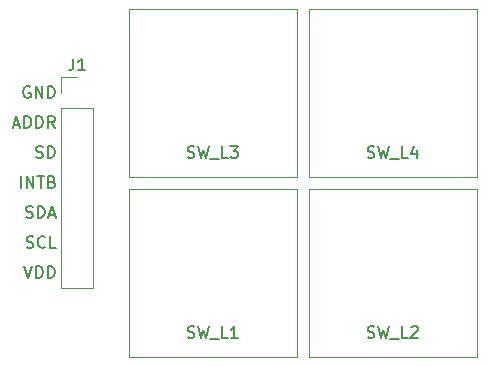
<source format=gto>
G04 #@! TF.GenerationSoftware,KiCad,Pcbnew,(6.0.1)*
G04 #@! TF.CreationDate,2022-01-28T19:12:59+01:00*
G04 #@! TF.ProjectId,example,6578616d-706c-4652-9e6b-696361645f70,rev?*
G04 #@! TF.SameCoordinates,Original*
G04 #@! TF.FileFunction,Legend,Top*
G04 #@! TF.FilePolarity,Positive*
%FSLAX46Y46*%
G04 Gerber Fmt 4.6, Leading zero omitted, Abs format (unit mm)*
G04 Created by KiCad (PCBNEW (6.0.1)) date 2022-01-28 19:12:59*
%MOMM*%
%LPD*%
G01*
G04 APERTURE LIST*
%ADD10C,0.150000*%
%ADD11C,0.120000*%
%ADD12C,4.000000*%
%ADD13R,1.700000X1.700000*%
%ADD14O,1.700000X1.700000*%
G04 APERTURE END LIST*
D10*
X83107976Y-73112380D02*
X83441309Y-74112380D01*
X83774642Y-73112380D01*
X84107976Y-74112380D02*
X84107976Y-73112380D01*
X84346071Y-73112380D01*
X84488928Y-73160000D01*
X84584166Y-73255238D01*
X84631785Y-73350476D01*
X84679404Y-73540952D01*
X84679404Y-73683809D01*
X84631785Y-73874285D01*
X84584166Y-73969523D01*
X84488928Y-74064761D01*
X84346071Y-74112380D01*
X84107976Y-74112380D01*
X85107976Y-74112380D02*
X85107976Y-73112380D01*
X85346071Y-73112380D01*
X85488928Y-73160000D01*
X85584166Y-73255238D01*
X85631785Y-73350476D01*
X85679404Y-73540952D01*
X85679404Y-73683809D01*
X85631785Y-73874285D01*
X85584166Y-73969523D01*
X85488928Y-74064761D01*
X85346071Y-74112380D01*
X85107976Y-74112380D01*
X83584166Y-57915000D02*
X83488928Y-57867380D01*
X83346071Y-57867380D01*
X83203214Y-57915000D01*
X83107976Y-58010238D01*
X83060357Y-58105476D01*
X83012738Y-58295952D01*
X83012738Y-58438809D01*
X83060357Y-58629285D01*
X83107976Y-58724523D01*
X83203214Y-58819761D01*
X83346071Y-58867380D01*
X83441309Y-58867380D01*
X83584166Y-58819761D01*
X83631785Y-58772142D01*
X83631785Y-58438809D01*
X83441309Y-58438809D01*
X84060357Y-58867380D02*
X84060357Y-57867380D01*
X84631785Y-58867380D01*
X84631785Y-57867380D01*
X85107976Y-58867380D02*
X85107976Y-57867380D01*
X85346071Y-57867380D01*
X85488928Y-57915000D01*
X85584166Y-58010238D01*
X85631785Y-58105476D01*
X85679404Y-58295952D01*
X85679404Y-58438809D01*
X85631785Y-58629285D01*
X85584166Y-58724523D01*
X85488928Y-58819761D01*
X85346071Y-58867380D01*
X85107976Y-58867380D01*
X84107976Y-63904761D02*
X84250833Y-63952380D01*
X84488928Y-63952380D01*
X84584166Y-63904761D01*
X84631785Y-63857142D01*
X84679404Y-63761904D01*
X84679404Y-63666666D01*
X84631785Y-63571428D01*
X84584166Y-63523809D01*
X84488928Y-63476190D01*
X84298452Y-63428571D01*
X84203214Y-63380952D01*
X84155595Y-63333333D01*
X84107976Y-63238095D01*
X84107976Y-63142857D01*
X84155595Y-63047619D01*
X84203214Y-63000000D01*
X84298452Y-62952380D01*
X84536547Y-62952380D01*
X84679404Y-63000000D01*
X85107976Y-63952380D02*
X85107976Y-62952380D01*
X85346071Y-62952380D01*
X85488928Y-63000000D01*
X85584166Y-63095238D01*
X85631785Y-63190476D01*
X85679404Y-63380952D01*
X85679404Y-63523809D01*
X85631785Y-63714285D01*
X85584166Y-63809523D01*
X85488928Y-63904761D01*
X85346071Y-63952380D01*
X85107976Y-63952380D01*
X83250833Y-68984761D02*
X83393690Y-69032380D01*
X83631785Y-69032380D01*
X83727023Y-68984761D01*
X83774642Y-68937142D01*
X83822261Y-68841904D01*
X83822261Y-68746666D01*
X83774642Y-68651428D01*
X83727023Y-68603809D01*
X83631785Y-68556190D01*
X83441309Y-68508571D01*
X83346071Y-68460952D01*
X83298452Y-68413333D01*
X83250833Y-68318095D01*
X83250833Y-68222857D01*
X83298452Y-68127619D01*
X83346071Y-68080000D01*
X83441309Y-68032380D01*
X83679404Y-68032380D01*
X83822261Y-68080000D01*
X84250833Y-69032380D02*
X84250833Y-68032380D01*
X84488928Y-68032380D01*
X84631785Y-68080000D01*
X84727023Y-68175238D01*
X84774642Y-68270476D01*
X84822261Y-68460952D01*
X84822261Y-68603809D01*
X84774642Y-68794285D01*
X84727023Y-68889523D01*
X84631785Y-68984761D01*
X84488928Y-69032380D01*
X84250833Y-69032380D01*
X85203214Y-68746666D02*
X85679404Y-68746666D01*
X85107976Y-69032380D02*
X85441309Y-68032380D01*
X85774642Y-69032380D01*
X82822262Y-66492380D02*
X82822262Y-65492380D01*
X83298452Y-66492380D02*
X83298452Y-65492380D01*
X83869881Y-66492380D01*
X83869881Y-65492380D01*
X84203214Y-65492380D02*
X84774643Y-65492380D01*
X84488928Y-66492380D02*
X84488928Y-65492380D01*
X85441309Y-65968571D02*
X85584167Y-66016190D01*
X85631786Y-66063809D01*
X85679405Y-66159047D01*
X85679405Y-66301904D01*
X85631786Y-66397142D01*
X85584167Y-66444761D01*
X85488928Y-66492380D01*
X85107976Y-66492380D01*
X85107976Y-65492380D01*
X85441309Y-65492380D01*
X85536547Y-65540000D01*
X85584167Y-65587619D01*
X85631786Y-65682857D01*
X85631786Y-65778095D01*
X85584167Y-65873333D01*
X85536547Y-65920952D01*
X85441309Y-65968571D01*
X85107976Y-65968571D01*
X83298452Y-71524761D02*
X83441309Y-71572380D01*
X83679404Y-71572380D01*
X83774642Y-71524761D01*
X83822261Y-71477142D01*
X83869880Y-71381904D01*
X83869880Y-71286666D01*
X83822261Y-71191428D01*
X83774642Y-71143809D01*
X83679404Y-71096190D01*
X83488928Y-71048571D01*
X83393690Y-71000952D01*
X83346071Y-70953333D01*
X83298452Y-70858095D01*
X83298452Y-70762857D01*
X83346071Y-70667619D01*
X83393690Y-70620000D01*
X83488928Y-70572380D01*
X83727023Y-70572380D01*
X83869880Y-70620000D01*
X84869880Y-71477142D02*
X84822261Y-71524761D01*
X84679404Y-71572380D01*
X84584166Y-71572380D01*
X84441309Y-71524761D01*
X84346071Y-71429523D01*
X84298452Y-71334285D01*
X84250833Y-71143809D01*
X84250833Y-71000952D01*
X84298452Y-70810476D01*
X84346071Y-70715238D01*
X84441309Y-70620000D01*
X84584166Y-70572380D01*
X84679404Y-70572380D01*
X84822261Y-70620000D01*
X84869880Y-70667619D01*
X85774642Y-71572380D02*
X85298452Y-71572380D01*
X85298452Y-70572380D01*
X82203214Y-61126666D02*
X82679404Y-61126666D01*
X82107976Y-61412380D02*
X82441309Y-60412380D01*
X82774642Y-61412380D01*
X83107976Y-61412380D02*
X83107976Y-60412380D01*
X83346071Y-60412380D01*
X83488928Y-60460000D01*
X83584166Y-60555238D01*
X83631785Y-60650476D01*
X83679404Y-60840952D01*
X83679404Y-60983809D01*
X83631785Y-61174285D01*
X83584166Y-61269523D01*
X83488928Y-61364761D01*
X83346071Y-61412380D01*
X83107976Y-61412380D01*
X84107976Y-61412380D02*
X84107976Y-60412380D01*
X84346071Y-60412380D01*
X84488928Y-60460000D01*
X84584166Y-60555238D01*
X84631785Y-60650476D01*
X84679404Y-60840952D01*
X84679404Y-60983809D01*
X84631785Y-61174285D01*
X84584166Y-61269523D01*
X84488928Y-61364761D01*
X84346071Y-61412380D01*
X84107976Y-61412380D01*
X85679404Y-61412380D02*
X85346071Y-60936190D01*
X85107976Y-61412380D02*
X85107976Y-60412380D01*
X85488928Y-60412380D01*
X85584166Y-60460000D01*
X85631785Y-60507619D01*
X85679404Y-60602857D01*
X85679404Y-60745714D01*
X85631785Y-60840952D01*
X85584166Y-60888571D01*
X85488928Y-60936190D01*
X85107976Y-60936190D01*
X96940952Y-79144761D02*
X97083809Y-79192380D01*
X97321904Y-79192380D01*
X97417142Y-79144761D01*
X97464761Y-79097142D01*
X97512380Y-79001904D01*
X97512380Y-78906666D01*
X97464761Y-78811428D01*
X97417142Y-78763809D01*
X97321904Y-78716190D01*
X97131428Y-78668571D01*
X97036190Y-78620952D01*
X96988571Y-78573333D01*
X96940952Y-78478095D01*
X96940952Y-78382857D01*
X96988571Y-78287619D01*
X97036190Y-78240000D01*
X97131428Y-78192380D01*
X97369523Y-78192380D01*
X97512380Y-78240000D01*
X97845714Y-78192380D02*
X98083809Y-79192380D01*
X98274285Y-78478095D01*
X98464761Y-79192380D01*
X98702857Y-78192380D01*
X98845714Y-79287619D02*
X99607619Y-79287619D01*
X100321904Y-79192380D02*
X99845714Y-79192380D01*
X99845714Y-78192380D01*
X101179047Y-79192380D02*
X100607619Y-79192380D01*
X100893333Y-79192380D02*
X100893333Y-78192380D01*
X100798095Y-78335238D01*
X100702857Y-78430476D01*
X100607619Y-78478095D01*
X112180952Y-79144761D02*
X112323809Y-79192380D01*
X112561904Y-79192380D01*
X112657142Y-79144761D01*
X112704761Y-79097142D01*
X112752380Y-79001904D01*
X112752380Y-78906666D01*
X112704761Y-78811428D01*
X112657142Y-78763809D01*
X112561904Y-78716190D01*
X112371428Y-78668571D01*
X112276190Y-78620952D01*
X112228571Y-78573333D01*
X112180952Y-78478095D01*
X112180952Y-78382857D01*
X112228571Y-78287619D01*
X112276190Y-78240000D01*
X112371428Y-78192380D01*
X112609523Y-78192380D01*
X112752380Y-78240000D01*
X113085714Y-78192380D02*
X113323809Y-79192380D01*
X113514285Y-78478095D01*
X113704761Y-79192380D01*
X113942857Y-78192380D01*
X114085714Y-79287619D02*
X114847619Y-79287619D01*
X115561904Y-79192380D02*
X115085714Y-79192380D01*
X115085714Y-78192380D01*
X115847619Y-78287619D02*
X115895238Y-78240000D01*
X115990476Y-78192380D01*
X116228571Y-78192380D01*
X116323809Y-78240000D01*
X116371428Y-78287619D01*
X116419047Y-78382857D01*
X116419047Y-78478095D01*
X116371428Y-78620952D01*
X115800000Y-79192380D01*
X116419047Y-79192380D01*
X87233333Y-55537380D02*
X87233333Y-56251666D01*
X87185714Y-56394523D01*
X87090476Y-56489761D01*
X86947619Y-56537380D01*
X86852381Y-56537380D01*
X88233333Y-56537380D02*
X87661905Y-56537380D01*
X87947619Y-56537380D02*
X87947619Y-55537380D01*
X87852381Y-55680238D01*
X87757143Y-55775476D01*
X87661905Y-55823095D01*
X96940952Y-63904761D02*
X97083809Y-63952380D01*
X97321904Y-63952380D01*
X97417142Y-63904761D01*
X97464761Y-63857142D01*
X97512380Y-63761904D01*
X97512380Y-63666666D01*
X97464761Y-63571428D01*
X97417142Y-63523809D01*
X97321904Y-63476190D01*
X97131428Y-63428571D01*
X97036190Y-63380952D01*
X96988571Y-63333333D01*
X96940952Y-63238095D01*
X96940952Y-63142857D01*
X96988571Y-63047619D01*
X97036190Y-63000000D01*
X97131428Y-62952380D01*
X97369523Y-62952380D01*
X97512380Y-63000000D01*
X97845714Y-62952380D02*
X98083809Y-63952380D01*
X98274285Y-63238095D01*
X98464761Y-63952380D01*
X98702857Y-62952380D01*
X98845714Y-64047619D02*
X99607619Y-64047619D01*
X100321904Y-63952380D02*
X99845714Y-63952380D01*
X99845714Y-62952380D01*
X100560000Y-62952380D02*
X101179047Y-62952380D01*
X100845714Y-63333333D01*
X100988571Y-63333333D01*
X101083809Y-63380952D01*
X101131428Y-63428571D01*
X101179047Y-63523809D01*
X101179047Y-63761904D01*
X101131428Y-63857142D01*
X101083809Y-63904761D01*
X100988571Y-63952380D01*
X100702857Y-63952380D01*
X100607619Y-63904761D01*
X100560000Y-63857142D01*
X112180952Y-63904761D02*
X112323809Y-63952380D01*
X112561904Y-63952380D01*
X112657142Y-63904761D01*
X112704761Y-63857142D01*
X112752380Y-63761904D01*
X112752380Y-63666666D01*
X112704761Y-63571428D01*
X112657142Y-63523809D01*
X112561904Y-63476190D01*
X112371428Y-63428571D01*
X112276190Y-63380952D01*
X112228571Y-63333333D01*
X112180952Y-63238095D01*
X112180952Y-63142857D01*
X112228571Y-63047619D01*
X112276190Y-63000000D01*
X112371428Y-62952380D01*
X112609523Y-62952380D01*
X112752380Y-63000000D01*
X113085714Y-62952380D02*
X113323809Y-63952380D01*
X113514285Y-63238095D01*
X113704761Y-63952380D01*
X113942857Y-62952380D01*
X114085714Y-64047619D02*
X114847619Y-64047619D01*
X115561904Y-63952380D02*
X115085714Y-63952380D01*
X115085714Y-62952380D01*
X116323809Y-63285714D02*
X116323809Y-63952380D01*
X116085714Y-62904761D02*
X115847619Y-63619047D01*
X116466666Y-63619047D01*
D11*
X106160000Y-80760000D02*
X106160000Y-80760000D01*
X91960000Y-66560000D02*
X106160000Y-66560000D01*
X91960000Y-80760000D02*
X91960000Y-80760000D01*
X106160000Y-80760000D02*
X106160000Y-80760000D01*
X91960000Y-66560000D02*
X91960000Y-66560000D01*
X91960000Y-66560000D02*
X91960000Y-66560000D01*
X91960000Y-80760000D02*
X91960000Y-80760000D01*
X106160000Y-66560000D02*
X106160000Y-66560000D01*
X91960000Y-80760000D02*
X91960000Y-66560000D01*
X106160000Y-66560000D02*
X106160000Y-80760000D01*
X106160000Y-80760000D02*
X91960000Y-80760000D01*
X106160000Y-66560000D02*
X106160000Y-66560000D01*
X121400000Y-66560000D02*
X121400000Y-66560000D01*
X121400000Y-66560000D02*
X121400000Y-66560000D01*
X121400000Y-80760000D02*
X107200000Y-80760000D01*
X107200000Y-80760000D02*
X107200000Y-80760000D01*
X107200000Y-66560000D02*
X107200000Y-66560000D01*
X107200000Y-66560000D02*
X107200000Y-66560000D01*
X121400000Y-80760000D02*
X121400000Y-80760000D01*
X121400000Y-66560000D02*
X121400000Y-80760000D01*
X107200000Y-80760000D02*
X107200000Y-66560000D01*
X121400000Y-80760000D02*
X121400000Y-80760000D01*
X107200000Y-66560000D02*
X121400000Y-66560000D01*
X107200000Y-80760000D02*
X107200000Y-80760000D01*
X86236667Y-59685000D02*
X88896667Y-59685000D01*
X86236667Y-57085000D02*
X87566667Y-57085000D01*
X88896667Y-59685000D02*
X88896667Y-74985000D01*
X86236667Y-59685000D02*
X86236667Y-74985000D01*
X86236667Y-74985000D02*
X88896667Y-74985000D01*
X86236667Y-58415000D02*
X86236667Y-57085000D01*
X91960000Y-65520000D02*
X91960000Y-65520000D01*
X106160000Y-51320000D02*
X106160000Y-51320000D01*
X91960000Y-51320000D02*
X91960000Y-51320000D01*
X106160000Y-65520000D02*
X91960000Y-65520000D01*
X91960000Y-51320000D02*
X106160000Y-51320000D01*
X106160000Y-65520000D02*
X106160000Y-65520000D01*
X91960000Y-65520000D02*
X91960000Y-65520000D01*
X106160000Y-51320000D02*
X106160000Y-51320000D01*
X91960000Y-51320000D02*
X91960000Y-51320000D01*
X91960000Y-65520000D02*
X91960000Y-51320000D01*
X106160000Y-65520000D02*
X106160000Y-65520000D01*
X106160000Y-51320000D02*
X106160000Y-65520000D01*
X121400000Y-51320000D02*
X121400000Y-51320000D01*
X107200000Y-51320000D02*
X107200000Y-51320000D01*
X121400000Y-65520000D02*
X121400000Y-65520000D01*
X121400000Y-65520000D02*
X121400000Y-65520000D01*
X107200000Y-65520000D02*
X107200000Y-51320000D01*
X121400000Y-65520000D02*
X107200000Y-65520000D01*
X107200000Y-65520000D02*
X107200000Y-65520000D01*
X121400000Y-51320000D02*
X121400000Y-65520000D01*
X107200000Y-51320000D02*
X107200000Y-51320000D01*
X107200000Y-51320000D02*
X121400000Y-51320000D01*
X121400000Y-51320000D02*
X121400000Y-51320000D01*
X107200000Y-65520000D02*
X107200000Y-65520000D01*
%LPC*%
D12*
X99060000Y-73660000D03*
X114300000Y-73660000D03*
D13*
X87566667Y-58415000D03*
D14*
X87566667Y-60955000D03*
X87566667Y-63495000D03*
X87566667Y-66035000D03*
X87566667Y-68575000D03*
X87566667Y-71115000D03*
X87566667Y-73655000D03*
D12*
X99060000Y-58420000D03*
X114300000Y-58420000D03*
M02*

</source>
